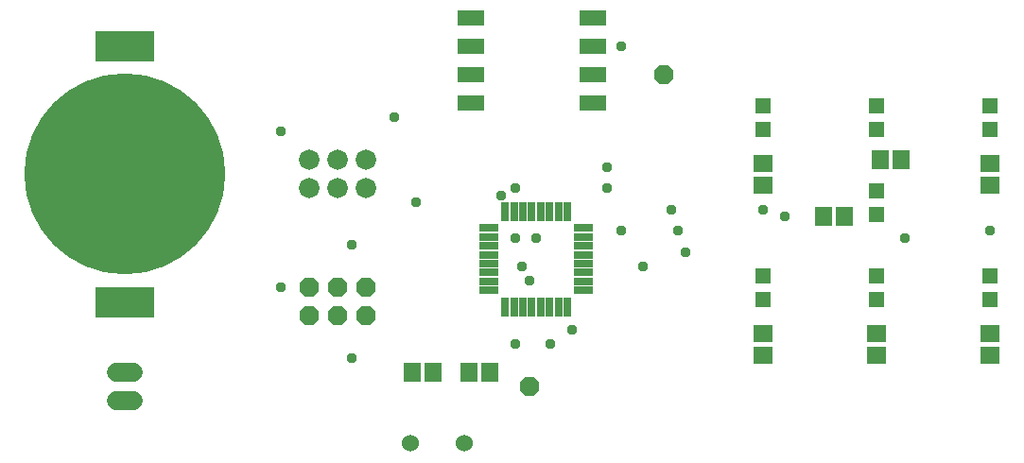
<source format=gbr>
G04 EAGLE Gerber RS-274X export*
G75*
%MOMM*%
%FSLAX34Y34*%
%LPD*%
%INSoldermask Top*%
%IPPOS*%
%AMOC8*
5,1,8,0,0,1.08239X$1,22.5*%
G01*
%ADD10R,5.303200X2.703200*%
%ADD11C,18.003200*%
%ADD12R,1.503200X1.703200*%
%ADD13R,1.703200X0.803200*%
%ADD14R,0.803200X1.703200*%
%ADD15C,1.828800*%
%ADD16P,1.869504X8X22.500000*%
%ADD17C,1.727200*%
%ADD18P,1.869504X8X292.500000*%
%ADD19R,1.403200X1.403200*%
%ADD20C,1.524000*%
%ADD21R,1.803200X1.503200*%
%ADD22R,1.503200X1.803200*%
%ADD23R,2.403200X1.403200*%
%ADD24C,0.959600*%


D10*
X139700Y177600D03*
X139700Y406600D03*
D11*
X139700Y292100D03*
D12*
X415900Y114300D03*
X396900Y114300D03*
X447700Y114300D03*
X466700Y114300D03*
D13*
X465500Y243900D03*
X465500Y235900D03*
X465500Y227900D03*
X465500Y219900D03*
X465500Y211900D03*
X465500Y203900D03*
X465500Y195900D03*
X465500Y187900D03*
D14*
X480000Y173400D03*
X488000Y173400D03*
X496000Y173400D03*
X504000Y173400D03*
X512000Y173400D03*
X520000Y173400D03*
X528000Y173400D03*
X536000Y173400D03*
D13*
X550500Y187900D03*
X550500Y195900D03*
X550500Y203900D03*
X550500Y211900D03*
X550500Y219900D03*
X550500Y227900D03*
X550500Y235900D03*
X550500Y243900D03*
D14*
X536000Y258400D03*
X528000Y258400D03*
X520000Y258400D03*
X512000Y258400D03*
X504000Y258400D03*
X496000Y258400D03*
X488000Y258400D03*
X480000Y258400D03*
D15*
X330200Y279400D03*
X330200Y304800D03*
X304800Y304800D03*
X304800Y279400D03*
X355600Y279400D03*
X355600Y304800D03*
D16*
X304800Y190500D03*
X304800Y165100D03*
X330200Y190500D03*
X330200Y165100D03*
X355600Y190500D03*
X355600Y165100D03*
D17*
X147320Y88900D02*
X132080Y88900D01*
X132080Y114300D02*
X147320Y114300D01*
D16*
X622300Y381000D03*
D18*
X501650Y101600D03*
D19*
X711200Y201000D03*
X711200Y180000D03*
X812800Y201000D03*
X812800Y180000D03*
X914400Y201000D03*
X914400Y180000D03*
X711200Y353400D03*
X711200Y332400D03*
X812800Y353400D03*
X812800Y332400D03*
X914400Y353400D03*
X914400Y332400D03*
X812800Y277200D03*
X812800Y256200D03*
D20*
X394970Y50800D03*
X443230Y50800D03*
D21*
X711200Y149200D03*
X711200Y130200D03*
X812800Y149200D03*
X812800Y130200D03*
X914400Y149200D03*
X914400Y130200D03*
X711200Y301600D03*
X711200Y282600D03*
D22*
X816000Y304800D03*
X835000Y304800D03*
D21*
X914400Y301600D03*
X914400Y282600D03*
D22*
X784200Y254000D03*
X765200Y254000D03*
D23*
X449680Y431800D03*
X449680Y406400D03*
X449680Y381000D03*
X449680Y355600D03*
X558700Y355600D03*
X558700Y381000D03*
X558700Y406400D03*
X558700Y431800D03*
D24*
X400050Y266700D03*
X381000Y342900D03*
X488950Y279400D03*
X571500Y279400D03*
X476250Y273050D03*
X571500Y298450D03*
X508000Y234950D03*
X641350Y222250D03*
X488950Y234950D03*
X603250Y209550D03*
X635000Y241300D03*
X730250Y254000D03*
X628650Y260350D03*
X711200Y260350D03*
X495300Y209550D03*
X838200Y234950D03*
X539750Y152400D03*
X279400Y190500D03*
X342900Y228600D03*
X501650Y196850D03*
X279400Y330200D03*
X342900Y127000D03*
X520700Y139700D03*
X488950Y139700D03*
X914400Y241300D03*
X584200Y406400D03*
X584200Y241300D03*
M02*

</source>
